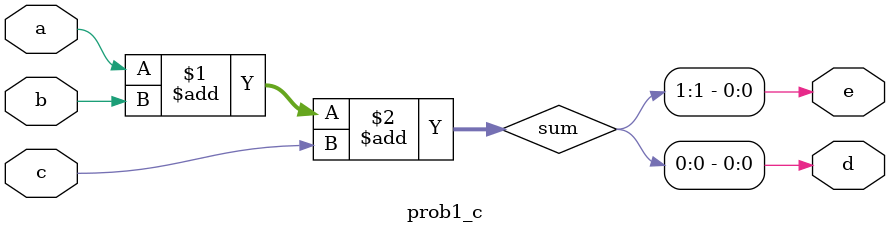
<source format=v>

`timescale 10ps/1ps
`celldefine
module prob1_c(
    a,
    b,
    c,
    d,
    e
);
    input       a;
    input       b;
    input       c;
    output      d;
    output      e;
    wire [1:0]  sum;
    assign sum = a + b + c;
    assign d = sum[0];
    assign e = sum[1];
endmodule
`endcelldefine

</source>
